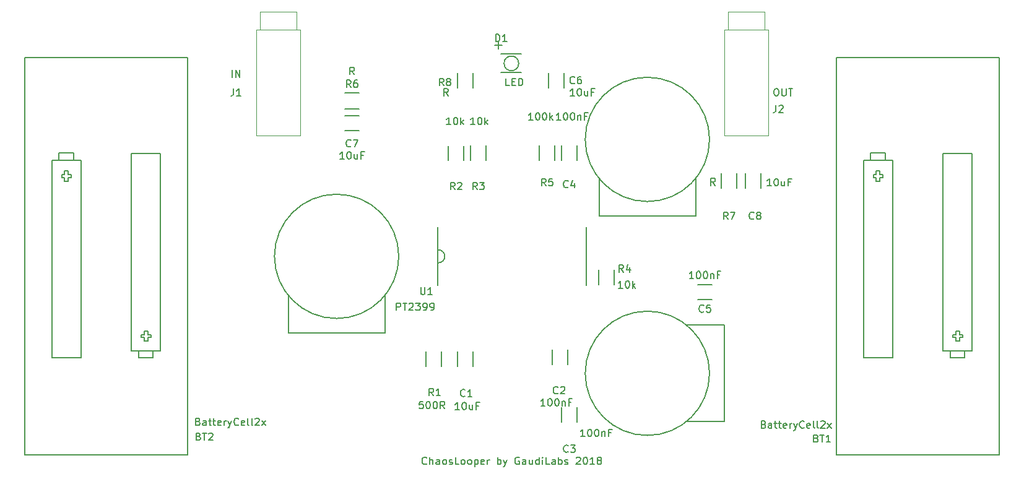
<source format=gbr>
G04 #@! TF.FileFunction,Legend,Top*
%FSLAX46Y46*%
G04 Gerber Fmt 4.6, Leading zero omitted, Abs format (unit mm)*
G04 Created by KiCad (PCBNEW 4.0.7-e2-6376~58~ubuntu16.04.1) date Sun Feb 25 03:24:25 2018*
%MOMM*%
%LPD*%
G01*
G04 APERTURE LIST*
%ADD10C,0.100000*%
%ADD11C,0.200000*%
%ADD12C,0.150000*%
%ADD13C,0.050000*%
%ADD14C,0.152400*%
G04 APERTURE END LIST*
D10*
D11*
X128311142Y-128373143D02*
X128263523Y-128420762D01*
X128120666Y-128468381D01*
X128025428Y-128468381D01*
X127882570Y-128420762D01*
X127787332Y-128325524D01*
X127739713Y-128230286D01*
X127692094Y-128039810D01*
X127692094Y-127896952D01*
X127739713Y-127706476D01*
X127787332Y-127611238D01*
X127882570Y-127516000D01*
X128025428Y-127468381D01*
X128120666Y-127468381D01*
X128263523Y-127516000D01*
X128311142Y-127563619D01*
X128739713Y-128468381D02*
X128739713Y-127468381D01*
X129168285Y-128468381D02*
X129168285Y-127944571D01*
X129120666Y-127849333D01*
X129025428Y-127801714D01*
X128882570Y-127801714D01*
X128787332Y-127849333D01*
X128739713Y-127896952D01*
X130073047Y-128468381D02*
X130073047Y-127944571D01*
X130025428Y-127849333D01*
X129930190Y-127801714D01*
X129739713Y-127801714D01*
X129644475Y-127849333D01*
X130073047Y-128420762D02*
X129977809Y-128468381D01*
X129739713Y-128468381D01*
X129644475Y-128420762D01*
X129596856Y-128325524D01*
X129596856Y-128230286D01*
X129644475Y-128135048D01*
X129739713Y-128087429D01*
X129977809Y-128087429D01*
X130073047Y-128039810D01*
X130692094Y-128468381D02*
X130596856Y-128420762D01*
X130549237Y-128373143D01*
X130501618Y-128277905D01*
X130501618Y-127992190D01*
X130549237Y-127896952D01*
X130596856Y-127849333D01*
X130692094Y-127801714D01*
X130834952Y-127801714D01*
X130930190Y-127849333D01*
X130977809Y-127896952D01*
X131025428Y-127992190D01*
X131025428Y-128277905D01*
X130977809Y-128373143D01*
X130930190Y-128420762D01*
X130834952Y-128468381D01*
X130692094Y-128468381D01*
X131406380Y-128420762D02*
X131501618Y-128468381D01*
X131692094Y-128468381D01*
X131787333Y-128420762D01*
X131834952Y-128325524D01*
X131834952Y-128277905D01*
X131787333Y-128182667D01*
X131692094Y-128135048D01*
X131549237Y-128135048D01*
X131453999Y-128087429D01*
X131406380Y-127992190D01*
X131406380Y-127944571D01*
X131453999Y-127849333D01*
X131549237Y-127801714D01*
X131692094Y-127801714D01*
X131787333Y-127849333D01*
X132739714Y-128468381D02*
X132263523Y-128468381D01*
X132263523Y-127468381D01*
X133215904Y-128468381D02*
X133120666Y-128420762D01*
X133073047Y-128373143D01*
X133025428Y-128277905D01*
X133025428Y-127992190D01*
X133073047Y-127896952D01*
X133120666Y-127849333D01*
X133215904Y-127801714D01*
X133358762Y-127801714D01*
X133454000Y-127849333D01*
X133501619Y-127896952D01*
X133549238Y-127992190D01*
X133549238Y-128277905D01*
X133501619Y-128373143D01*
X133454000Y-128420762D01*
X133358762Y-128468381D01*
X133215904Y-128468381D01*
X134120666Y-128468381D02*
X134025428Y-128420762D01*
X133977809Y-128373143D01*
X133930190Y-128277905D01*
X133930190Y-127992190D01*
X133977809Y-127896952D01*
X134025428Y-127849333D01*
X134120666Y-127801714D01*
X134263524Y-127801714D01*
X134358762Y-127849333D01*
X134406381Y-127896952D01*
X134454000Y-127992190D01*
X134454000Y-128277905D01*
X134406381Y-128373143D01*
X134358762Y-128420762D01*
X134263524Y-128468381D01*
X134120666Y-128468381D01*
X134882571Y-127801714D02*
X134882571Y-128801714D01*
X134882571Y-127849333D02*
X134977809Y-127801714D01*
X135168286Y-127801714D01*
X135263524Y-127849333D01*
X135311143Y-127896952D01*
X135358762Y-127992190D01*
X135358762Y-128277905D01*
X135311143Y-128373143D01*
X135263524Y-128420762D01*
X135168286Y-128468381D01*
X134977809Y-128468381D01*
X134882571Y-128420762D01*
X136168286Y-128420762D02*
X136073048Y-128468381D01*
X135882571Y-128468381D01*
X135787333Y-128420762D01*
X135739714Y-128325524D01*
X135739714Y-127944571D01*
X135787333Y-127849333D01*
X135882571Y-127801714D01*
X136073048Y-127801714D01*
X136168286Y-127849333D01*
X136215905Y-127944571D01*
X136215905Y-128039810D01*
X135739714Y-128135048D01*
X136644476Y-128468381D02*
X136644476Y-127801714D01*
X136644476Y-127992190D02*
X136692095Y-127896952D01*
X136739714Y-127849333D01*
X136834952Y-127801714D01*
X136930191Y-127801714D01*
X138025429Y-128468381D02*
X138025429Y-127468381D01*
X138025429Y-127849333D02*
X138120667Y-127801714D01*
X138311144Y-127801714D01*
X138406382Y-127849333D01*
X138454001Y-127896952D01*
X138501620Y-127992190D01*
X138501620Y-128277905D01*
X138454001Y-128373143D01*
X138406382Y-128420762D01*
X138311144Y-128468381D01*
X138120667Y-128468381D01*
X138025429Y-128420762D01*
X138834953Y-127801714D02*
X139073048Y-128468381D01*
X139311144Y-127801714D02*
X139073048Y-128468381D01*
X138977810Y-128706476D01*
X138930191Y-128754095D01*
X138834953Y-128801714D01*
X140977811Y-127516000D02*
X140882573Y-127468381D01*
X140739716Y-127468381D01*
X140596858Y-127516000D01*
X140501620Y-127611238D01*
X140454001Y-127706476D01*
X140406382Y-127896952D01*
X140406382Y-128039810D01*
X140454001Y-128230286D01*
X140501620Y-128325524D01*
X140596858Y-128420762D01*
X140739716Y-128468381D01*
X140834954Y-128468381D01*
X140977811Y-128420762D01*
X141025430Y-128373143D01*
X141025430Y-128039810D01*
X140834954Y-128039810D01*
X141882573Y-128468381D02*
X141882573Y-127944571D01*
X141834954Y-127849333D01*
X141739716Y-127801714D01*
X141549239Y-127801714D01*
X141454001Y-127849333D01*
X141882573Y-128420762D02*
X141787335Y-128468381D01*
X141549239Y-128468381D01*
X141454001Y-128420762D01*
X141406382Y-128325524D01*
X141406382Y-128230286D01*
X141454001Y-128135048D01*
X141549239Y-128087429D01*
X141787335Y-128087429D01*
X141882573Y-128039810D01*
X142787335Y-127801714D02*
X142787335Y-128468381D01*
X142358763Y-127801714D02*
X142358763Y-128325524D01*
X142406382Y-128420762D01*
X142501620Y-128468381D01*
X142644478Y-128468381D01*
X142739716Y-128420762D01*
X142787335Y-128373143D01*
X143692097Y-128468381D02*
X143692097Y-127468381D01*
X143692097Y-128420762D02*
X143596859Y-128468381D01*
X143406382Y-128468381D01*
X143311144Y-128420762D01*
X143263525Y-128373143D01*
X143215906Y-128277905D01*
X143215906Y-127992190D01*
X143263525Y-127896952D01*
X143311144Y-127849333D01*
X143406382Y-127801714D01*
X143596859Y-127801714D01*
X143692097Y-127849333D01*
X144168287Y-128468381D02*
X144168287Y-127801714D01*
X144168287Y-127468381D02*
X144120668Y-127516000D01*
X144168287Y-127563619D01*
X144215906Y-127516000D01*
X144168287Y-127468381D01*
X144168287Y-127563619D01*
X145120668Y-128468381D02*
X144644477Y-128468381D01*
X144644477Y-127468381D01*
X145882573Y-128468381D02*
X145882573Y-127944571D01*
X145834954Y-127849333D01*
X145739716Y-127801714D01*
X145549239Y-127801714D01*
X145454001Y-127849333D01*
X145882573Y-128420762D02*
X145787335Y-128468381D01*
X145549239Y-128468381D01*
X145454001Y-128420762D01*
X145406382Y-128325524D01*
X145406382Y-128230286D01*
X145454001Y-128135048D01*
X145549239Y-128087429D01*
X145787335Y-128087429D01*
X145882573Y-128039810D01*
X146358763Y-128468381D02*
X146358763Y-127468381D01*
X146358763Y-127849333D02*
X146454001Y-127801714D01*
X146644478Y-127801714D01*
X146739716Y-127849333D01*
X146787335Y-127896952D01*
X146834954Y-127992190D01*
X146834954Y-128277905D01*
X146787335Y-128373143D01*
X146739716Y-128420762D01*
X146644478Y-128468381D01*
X146454001Y-128468381D01*
X146358763Y-128420762D01*
X147215906Y-128420762D02*
X147311144Y-128468381D01*
X147501620Y-128468381D01*
X147596859Y-128420762D01*
X147644478Y-128325524D01*
X147644478Y-128277905D01*
X147596859Y-128182667D01*
X147501620Y-128135048D01*
X147358763Y-128135048D01*
X147263525Y-128087429D01*
X147215906Y-127992190D01*
X147215906Y-127944571D01*
X147263525Y-127849333D01*
X147358763Y-127801714D01*
X147501620Y-127801714D01*
X147596859Y-127849333D01*
X148787335Y-127563619D02*
X148834954Y-127516000D01*
X148930192Y-127468381D01*
X149168288Y-127468381D01*
X149263526Y-127516000D01*
X149311145Y-127563619D01*
X149358764Y-127658857D01*
X149358764Y-127754095D01*
X149311145Y-127896952D01*
X148739716Y-128468381D01*
X149358764Y-128468381D01*
X149977811Y-127468381D02*
X150073050Y-127468381D01*
X150168288Y-127516000D01*
X150215907Y-127563619D01*
X150263526Y-127658857D01*
X150311145Y-127849333D01*
X150311145Y-128087429D01*
X150263526Y-128277905D01*
X150215907Y-128373143D01*
X150168288Y-128420762D01*
X150073050Y-128468381D01*
X149977811Y-128468381D01*
X149882573Y-128420762D01*
X149834954Y-128373143D01*
X149787335Y-128277905D01*
X149739716Y-128087429D01*
X149739716Y-127849333D01*
X149787335Y-127658857D01*
X149834954Y-127563619D01*
X149882573Y-127516000D01*
X149977811Y-127468381D01*
X151263526Y-128468381D02*
X150692097Y-128468381D01*
X150977811Y-128468381D02*
X150977811Y-127468381D01*
X150882573Y-127611238D01*
X150787335Y-127706476D01*
X150692097Y-127754095D01*
X151834954Y-127896952D02*
X151739716Y-127849333D01*
X151692097Y-127801714D01*
X151644478Y-127706476D01*
X151644478Y-127658857D01*
X151692097Y-127563619D01*
X151739716Y-127516000D01*
X151834954Y-127468381D01*
X152025431Y-127468381D01*
X152120669Y-127516000D01*
X152168288Y-127563619D01*
X152215907Y-127658857D01*
X152215907Y-127706476D01*
X152168288Y-127801714D01*
X152120669Y-127849333D01*
X152025431Y-127896952D01*
X151834954Y-127896952D01*
X151739716Y-127944571D01*
X151692097Y-127992190D01*
X151644478Y-128087429D01*
X151644478Y-128277905D01*
X151692097Y-128373143D01*
X151739716Y-128420762D01*
X151834954Y-128468381D01*
X152025431Y-128468381D01*
X152120669Y-128420762D01*
X152168288Y-128373143D01*
X152215907Y-128277905D01*
X152215907Y-128087429D01*
X152168288Y-127992190D01*
X152120669Y-127944571D01*
X152025431Y-127896952D01*
D12*
X132579000Y-113046000D02*
X132579000Y-115046000D01*
X134629000Y-115046000D02*
X134629000Y-113046000D01*
X145533000Y-112792000D02*
X145533000Y-114792000D01*
X147583000Y-114792000D02*
X147583000Y-112792000D01*
X146803000Y-120666000D02*
X146803000Y-122666000D01*
X148853000Y-122666000D02*
X148853000Y-120666000D01*
X148853000Y-86852000D02*
X148853000Y-84852000D01*
X146803000Y-84852000D02*
X146803000Y-86852000D01*
X167370000Y-103877000D02*
X165370000Y-103877000D01*
X165370000Y-105927000D02*
X167370000Y-105927000D01*
X145025000Y-74946000D02*
X145025000Y-76946000D01*
X147075000Y-76946000D02*
X147075000Y-74946000D01*
X117110000Y-82813000D02*
X119110000Y-82813000D01*
X119110000Y-80763000D02*
X117110000Y-80763000D01*
X173999000Y-90662000D02*
X173999000Y-88662000D01*
X171949000Y-88662000D02*
X171949000Y-90662000D01*
X130361000Y-113046000D02*
X130361000Y-115046000D01*
X128211000Y-115046000D02*
X128211000Y-113046000D01*
X133409000Y-84884000D02*
X133409000Y-86884000D01*
X131259000Y-86884000D02*
X131259000Y-84884000D01*
X134307000Y-86820000D02*
X134307000Y-84820000D01*
X136457000Y-84820000D02*
X136457000Y-86820000D01*
X153983000Y-101870000D02*
X153983000Y-103870000D01*
X151833000Y-103870000D02*
X151833000Y-101870000D01*
X143705000Y-86852000D02*
X143705000Y-84852000D01*
X145855000Y-84852000D02*
X145855000Y-86852000D01*
X119110000Y-79815000D02*
X117110000Y-79815000D01*
X117110000Y-77665000D02*
X119110000Y-77665000D01*
X170747000Y-88662000D02*
X170747000Y-90662000D01*
X168597000Y-90662000D02*
X168597000Y-88662000D01*
X132529000Y-76946000D02*
X132529000Y-74946000D01*
X134679000Y-74946000D02*
X134679000Y-76946000D01*
D13*
X105000000Y-83500000D02*
X111000000Y-83500000D01*
X105500000Y-69000000D02*
X105500000Y-66500000D01*
X110500000Y-66500000D02*
X105500000Y-66500000D01*
X110500000Y-66500000D02*
X110500000Y-69000000D01*
X105000000Y-69000000D02*
X111000000Y-69000000D01*
X111000000Y-69000000D02*
X111000000Y-83500000D01*
X105000000Y-83500000D02*
X105000000Y-69000000D01*
X169000000Y-83500000D02*
X175000000Y-83500000D01*
X169500000Y-69000000D02*
X169500000Y-66500000D01*
X174500000Y-66500000D02*
X169500000Y-66500000D01*
X174500000Y-66500000D02*
X174500000Y-69000000D01*
X169000000Y-69000000D02*
X175000000Y-69000000D01*
X175000000Y-69000000D02*
X175000000Y-83500000D01*
X169000000Y-83500000D02*
X169000000Y-69000000D01*
D14*
X79700000Y-89200000D02*
X79300000Y-89200000D01*
X79700000Y-88800000D02*
X79700000Y-89200000D01*
X79300000Y-88800000D02*
X79700000Y-88800000D01*
X78800000Y-88300000D02*
X79300000Y-88300000D01*
X78400000Y-88800000D02*
X78800000Y-88800000D01*
X78400000Y-89200000D02*
X78400000Y-88800000D01*
X78800000Y-89200000D02*
X78400000Y-89200000D01*
X78800000Y-89700000D02*
X78800000Y-89200000D01*
X79300000Y-89700000D02*
X78800000Y-89700000D01*
X79300000Y-89200000D02*
X79300000Y-89700000D01*
X79300000Y-88800000D02*
X79300000Y-88300000D01*
X78800000Y-88300000D02*
X78800000Y-88800000D01*
X89700000Y-110200000D02*
X89700000Y-110700000D01*
X90200000Y-110700000D02*
X90200000Y-110200000D01*
X90200000Y-111100000D02*
X90200000Y-111600000D01*
X90200000Y-111600000D02*
X89700000Y-111600000D01*
X89700000Y-111600000D02*
X89700000Y-111100000D01*
X89700000Y-111100000D02*
X89300000Y-111100000D01*
X89300000Y-111100000D02*
X89300000Y-110700000D01*
X89300000Y-110700000D02*
X89700000Y-110700000D01*
X89700000Y-110200000D02*
X90200000Y-110200000D01*
X90200000Y-110700000D02*
X90600000Y-110700000D01*
X90600000Y-110700000D02*
X90600000Y-111100000D01*
X90600000Y-111100000D02*
X90200000Y-111100000D01*
X87900000Y-112900000D02*
X87900000Y-85900000D01*
X91900000Y-112900000D02*
X87900000Y-112900000D01*
X88900000Y-113900000D02*
X88900000Y-112900000D01*
X88900000Y-113900000D02*
X90900000Y-113900000D01*
X90900000Y-112900000D02*
X90900000Y-113900000D01*
X91900000Y-85900000D02*
X91900000Y-112900000D01*
X91900000Y-85900000D02*
X87900000Y-85900000D01*
X77050000Y-113850000D02*
X81050000Y-113850000D01*
X77050000Y-113850000D02*
X77050000Y-86850000D01*
X78050000Y-86850000D02*
X78050000Y-85850000D01*
X80050000Y-85850000D02*
X78050000Y-85850000D01*
X80050000Y-85850000D02*
X80050000Y-86850000D01*
X77050000Y-86850000D02*
X81050000Y-86850000D01*
X81050000Y-86850000D02*
X81050000Y-113850000D01*
D12*
X95620000Y-72820000D02*
X73380000Y-72820000D01*
X73380000Y-72820000D02*
X73380000Y-127180000D01*
X73380000Y-127180000D02*
X95620000Y-127180000D01*
X95620000Y-72820000D02*
X95620000Y-127180000D01*
D14*
X190700000Y-89200000D02*
X190300000Y-89200000D01*
X190700000Y-88800000D02*
X190700000Y-89200000D01*
X190300000Y-88800000D02*
X190700000Y-88800000D01*
X189800000Y-88300000D02*
X190300000Y-88300000D01*
X189400000Y-88800000D02*
X189800000Y-88800000D01*
X189400000Y-89200000D02*
X189400000Y-88800000D01*
X189800000Y-89200000D02*
X189400000Y-89200000D01*
X189800000Y-89700000D02*
X189800000Y-89200000D01*
X190300000Y-89700000D02*
X189800000Y-89700000D01*
X190300000Y-89200000D02*
X190300000Y-89700000D01*
X190300000Y-88800000D02*
X190300000Y-88300000D01*
X189800000Y-88300000D02*
X189800000Y-88800000D01*
X200700000Y-110200000D02*
X200700000Y-110700000D01*
X201200000Y-110700000D02*
X201200000Y-110200000D01*
X201200000Y-111100000D02*
X201200000Y-111600000D01*
X201200000Y-111600000D02*
X200700000Y-111600000D01*
X200700000Y-111600000D02*
X200700000Y-111100000D01*
X200700000Y-111100000D02*
X200300000Y-111100000D01*
X200300000Y-111100000D02*
X200300000Y-110700000D01*
X200300000Y-110700000D02*
X200700000Y-110700000D01*
X200700000Y-110200000D02*
X201200000Y-110200000D01*
X201200000Y-110700000D02*
X201600000Y-110700000D01*
X201600000Y-110700000D02*
X201600000Y-111100000D01*
X201600000Y-111100000D02*
X201200000Y-111100000D01*
X198900000Y-112900000D02*
X198900000Y-85900000D01*
X202900000Y-112900000D02*
X198900000Y-112900000D01*
X199900000Y-113900000D02*
X199900000Y-112900000D01*
X199900000Y-113900000D02*
X201900000Y-113900000D01*
X201900000Y-112900000D02*
X201900000Y-113900000D01*
X202900000Y-85900000D02*
X202900000Y-112900000D01*
X202900000Y-85900000D02*
X198900000Y-85900000D01*
X188050000Y-113850000D02*
X192050000Y-113850000D01*
X188050000Y-113850000D02*
X188050000Y-86850000D01*
X189050000Y-86850000D02*
X189050000Y-85850000D01*
X191050000Y-85850000D02*
X189050000Y-85850000D01*
X191050000Y-85850000D02*
X191050000Y-86850000D01*
X188050000Y-86850000D02*
X192050000Y-86850000D01*
X192050000Y-86850000D02*
X192050000Y-113850000D01*
D12*
X206620000Y-72820000D02*
X184380000Y-72820000D01*
X184380000Y-72820000D02*
X184380000Y-127180000D01*
X184380000Y-127180000D02*
X206620000Y-127180000D01*
X206620000Y-72820000D02*
X206620000Y-127180000D01*
D14*
X129900000Y-100900000D02*
G75*
G03X130800000Y-100000000I0J900000D01*
G01*
X130800000Y-100000000D02*
G75*
G03X129900000Y-99100000I-900000J0D01*
G01*
D12*
X129840000Y-96000000D02*
X129840000Y-104000000D01*
X150160000Y-96000000D02*
X150160000Y-104000000D01*
X124500000Y-100000000D02*
G75*
G03X124500000Y-100000000I-8500000J0D01*
G01*
X109400000Y-110500000D02*
X109400000Y-105330000D01*
X122600000Y-110500000D02*
X109400000Y-110500000D01*
X122600000Y-105330000D02*
X122600000Y-110500000D01*
X167000000Y-84000000D02*
G75*
G03X167000000Y-84000000I-8500000J0D01*
G01*
X151900000Y-94500000D02*
X151900000Y-89330000D01*
X165100000Y-94500000D02*
X151900000Y-94500000D01*
X165100000Y-89330000D02*
X165100000Y-94500000D01*
X167000000Y-116000000D02*
G75*
G03X167000000Y-116000000I-8500000J0D01*
G01*
X169000000Y-122600000D02*
X163830000Y-122600000D01*
X169000000Y-109400000D02*
X169000000Y-122600000D01*
X163830000Y-109400000D02*
X169000000Y-109400000D01*
X138150000Y-71600000D02*
X138150000Y-70600000D01*
X137650000Y-71100000D02*
X138650000Y-71100000D01*
X140900000Y-73600000D02*
G75*
G03X140900000Y-73600000I-1000000J0D01*
G01*
X138500000Y-74870000D02*
X141300000Y-74870000D01*
X138500000Y-72330000D02*
X141300000Y-72330000D01*
X133564334Y-119102143D02*
X133516715Y-119149762D01*
X133373858Y-119197381D01*
X133278620Y-119197381D01*
X133135762Y-119149762D01*
X133040524Y-119054524D01*
X132992905Y-118959286D01*
X132945286Y-118768810D01*
X132945286Y-118625952D01*
X132992905Y-118435476D01*
X133040524Y-118340238D01*
X133135762Y-118245000D01*
X133278620Y-118197381D01*
X133373858Y-118197381D01*
X133516715Y-118245000D01*
X133564334Y-118292619D01*
X134516715Y-119197381D02*
X133945286Y-119197381D01*
X134231000Y-119197381D02*
X134231000Y-118197381D01*
X134135762Y-118340238D01*
X134040524Y-118435476D01*
X133945286Y-118483095D01*
X132786572Y-120975381D02*
X132215143Y-120975381D01*
X132500857Y-120975381D02*
X132500857Y-119975381D01*
X132405619Y-120118238D01*
X132310381Y-120213476D01*
X132215143Y-120261095D01*
X133405619Y-119975381D02*
X133500858Y-119975381D01*
X133596096Y-120023000D01*
X133643715Y-120070619D01*
X133691334Y-120165857D01*
X133738953Y-120356333D01*
X133738953Y-120594429D01*
X133691334Y-120784905D01*
X133643715Y-120880143D01*
X133596096Y-120927762D01*
X133500858Y-120975381D01*
X133405619Y-120975381D01*
X133310381Y-120927762D01*
X133262762Y-120880143D01*
X133215143Y-120784905D01*
X133167524Y-120594429D01*
X133167524Y-120356333D01*
X133215143Y-120165857D01*
X133262762Y-120070619D01*
X133310381Y-120023000D01*
X133405619Y-119975381D01*
X134596096Y-120308714D02*
X134596096Y-120975381D01*
X134167524Y-120308714D02*
X134167524Y-120832524D01*
X134215143Y-120927762D01*
X134310381Y-120975381D01*
X134453239Y-120975381D01*
X134548477Y-120927762D01*
X134596096Y-120880143D01*
X135405620Y-120451571D02*
X135072286Y-120451571D01*
X135072286Y-120975381D02*
X135072286Y-119975381D01*
X135548477Y-119975381D01*
X146264334Y-118721143D02*
X146216715Y-118768762D01*
X146073858Y-118816381D01*
X145978620Y-118816381D01*
X145835762Y-118768762D01*
X145740524Y-118673524D01*
X145692905Y-118578286D01*
X145645286Y-118387810D01*
X145645286Y-118244952D01*
X145692905Y-118054476D01*
X145740524Y-117959238D01*
X145835762Y-117864000D01*
X145978620Y-117816381D01*
X146073858Y-117816381D01*
X146216715Y-117864000D01*
X146264334Y-117911619D01*
X146645286Y-117911619D02*
X146692905Y-117864000D01*
X146788143Y-117816381D01*
X147026239Y-117816381D01*
X147121477Y-117864000D01*
X147169096Y-117911619D01*
X147216715Y-118006857D01*
X147216715Y-118102095D01*
X147169096Y-118244952D01*
X146597667Y-118816381D01*
X147216715Y-118816381D01*
X144502381Y-120467381D02*
X143930952Y-120467381D01*
X144216666Y-120467381D02*
X144216666Y-119467381D01*
X144121428Y-119610238D01*
X144026190Y-119705476D01*
X143930952Y-119753095D01*
X145121428Y-119467381D02*
X145216667Y-119467381D01*
X145311905Y-119515000D01*
X145359524Y-119562619D01*
X145407143Y-119657857D01*
X145454762Y-119848333D01*
X145454762Y-120086429D01*
X145407143Y-120276905D01*
X145359524Y-120372143D01*
X145311905Y-120419762D01*
X145216667Y-120467381D01*
X145121428Y-120467381D01*
X145026190Y-120419762D01*
X144978571Y-120372143D01*
X144930952Y-120276905D01*
X144883333Y-120086429D01*
X144883333Y-119848333D01*
X144930952Y-119657857D01*
X144978571Y-119562619D01*
X145026190Y-119515000D01*
X145121428Y-119467381D01*
X146073809Y-119467381D02*
X146169048Y-119467381D01*
X146264286Y-119515000D01*
X146311905Y-119562619D01*
X146359524Y-119657857D01*
X146407143Y-119848333D01*
X146407143Y-120086429D01*
X146359524Y-120276905D01*
X146311905Y-120372143D01*
X146264286Y-120419762D01*
X146169048Y-120467381D01*
X146073809Y-120467381D01*
X145978571Y-120419762D01*
X145930952Y-120372143D01*
X145883333Y-120276905D01*
X145835714Y-120086429D01*
X145835714Y-119848333D01*
X145883333Y-119657857D01*
X145930952Y-119562619D01*
X145978571Y-119515000D01*
X146073809Y-119467381D01*
X146835714Y-119800714D02*
X146835714Y-120467381D01*
X146835714Y-119895952D02*
X146883333Y-119848333D01*
X146978571Y-119800714D01*
X147121429Y-119800714D01*
X147216667Y-119848333D01*
X147264286Y-119943571D01*
X147264286Y-120467381D01*
X148073810Y-119943571D02*
X147740476Y-119943571D01*
X147740476Y-120467381D02*
X147740476Y-119467381D01*
X148216667Y-119467381D01*
X147661334Y-126722143D02*
X147613715Y-126769762D01*
X147470858Y-126817381D01*
X147375620Y-126817381D01*
X147232762Y-126769762D01*
X147137524Y-126674524D01*
X147089905Y-126579286D01*
X147042286Y-126388810D01*
X147042286Y-126245952D01*
X147089905Y-126055476D01*
X147137524Y-125960238D01*
X147232762Y-125865000D01*
X147375620Y-125817381D01*
X147470858Y-125817381D01*
X147613715Y-125865000D01*
X147661334Y-125912619D01*
X147994667Y-125817381D02*
X148613715Y-125817381D01*
X148280381Y-126198333D01*
X148423239Y-126198333D01*
X148518477Y-126245952D01*
X148566096Y-126293571D01*
X148613715Y-126388810D01*
X148613715Y-126626905D01*
X148566096Y-126722143D01*
X148518477Y-126769762D01*
X148423239Y-126817381D01*
X148137524Y-126817381D01*
X148042286Y-126769762D01*
X147994667Y-126722143D01*
X149952381Y-124652381D02*
X149380952Y-124652381D01*
X149666666Y-124652381D02*
X149666666Y-123652381D01*
X149571428Y-123795238D01*
X149476190Y-123890476D01*
X149380952Y-123938095D01*
X150571428Y-123652381D02*
X150666667Y-123652381D01*
X150761905Y-123700000D01*
X150809524Y-123747619D01*
X150857143Y-123842857D01*
X150904762Y-124033333D01*
X150904762Y-124271429D01*
X150857143Y-124461905D01*
X150809524Y-124557143D01*
X150761905Y-124604762D01*
X150666667Y-124652381D01*
X150571428Y-124652381D01*
X150476190Y-124604762D01*
X150428571Y-124557143D01*
X150380952Y-124461905D01*
X150333333Y-124271429D01*
X150333333Y-124033333D01*
X150380952Y-123842857D01*
X150428571Y-123747619D01*
X150476190Y-123700000D01*
X150571428Y-123652381D01*
X151523809Y-123652381D02*
X151619048Y-123652381D01*
X151714286Y-123700000D01*
X151761905Y-123747619D01*
X151809524Y-123842857D01*
X151857143Y-124033333D01*
X151857143Y-124271429D01*
X151809524Y-124461905D01*
X151761905Y-124557143D01*
X151714286Y-124604762D01*
X151619048Y-124652381D01*
X151523809Y-124652381D01*
X151428571Y-124604762D01*
X151380952Y-124557143D01*
X151333333Y-124461905D01*
X151285714Y-124271429D01*
X151285714Y-124033333D01*
X151333333Y-123842857D01*
X151380952Y-123747619D01*
X151428571Y-123700000D01*
X151523809Y-123652381D01*
X152285714Y-123985714D02*
X152285714Y-124652381D01*
X152285714Y-124080952D02*
X152333333Y-124033333D01*
X152428571Y-123985714D01*
X152571429Y-123985714D01*
X152666667Y-124033333D01*
X152714286Y-124128571D01*
X152714286Y-124652381D01*
X153523810Y-124128571D02*
X153190476Y-124128571D01*
X153190476Y-124652381D02*
X153190476Y-123652381D01*
X153666667Y-123652381D01*
X147661334Y-90527143D02*
X147613715Y-90574762D01*
X147470858Y-90622381D01*
X147375620Y-90622381D01*
X147232762Y-90574762D01*
X147137524Y-90479524D01*
X147089905Y-90384286D01*
X147042286Y-90193810D01*
X147042286Y-90050952D01*
X147089905Y-89860476D01*
X147137524Y-89765238D01*
X147232762Y-89670000D01*
X147375620Y-89622381D01*
X147470858Y-89622381D01*
X147613715Y-89670000D01*
X147661334Y-89717619D01*
X148518477Y-89955714D02*
X148518477Y-90622381D01*
X148280381Y-89574762D02*
X148042286Y-90289048D01*
X148661334Y-90289048D01*
X146652381Y-81352381D02*
X146080952Y-81352381D01*
X146366666Y-81352381D02*
X146366666Y-80352381D01*
X146271428Y-80495238D01*
X146176190Y-80590476D01*
X146080952Y-80638095D01*
X147271428Y-80352381D02*
X147366667Y-80352381D01*
X147461905Y-80400000D01*
X147509524Y-80447619D01*
X147557143Y-80542857D01*
X147604762Y-80733333D01*
X147604762Y-80971429D01*
X147557143Y-81161905D01*
X147509524Y-81257143D01*
X147461905Y-81304762D01*
X147366667Y-81352381D01*
X147271428Y-81352381D01*
X147176190Y-81304762D01*
X147128571Y-81257143D01*
X147080952Y-81161905D01*
X147033333Y-80971429D01*
X147033333Y-80733333D01*
X147080952Y-80542857D01*
X147128571Y-80447619D01*
X147176190Y-80400000D01*
X147271428Y-80352381D01*
X148223809Y-80352381D02*
X148319048Y-80352381D01*
X148414286Y-80400000D01*
X148461905Y-80447619D01*
X148509524Y-80542857D01*
X148557143Y-80733333D01*
X148557143Y-80971429D01*
X148509524Y-81161905D01*
X148461905Y-81257143D01*
X148414286Y-81304762D01*
X148319048Y-81352381D01*
X148223809Y-81352381D01*
X148128571Y-81304762D01*
X148080952Y-81257143D01*
X148033333Y-81161905D01*
X147985714Y-80971429D01*
X147985714Y-80733333D01*
X148033333Y-80542857D01*
X148080952Y-80447619D01*
X148128571Y-80400000D01*
X148223809Y-80352381D01*
X148985714Y-80685714D02*
X148985714Y-81352381D01*
X148985714Y-80780952D02*
X149033333Y-80733333D01*
X149128571Y-80685714D01*
X149271429Y-80685714D01*
X149366667Y-80733333D01*
X149414286Y-80828571D01*
X149414286Y-81352381D01*
X150223810Y-80828571D02*
X149890476Y-80828571D01*
X149890476Y-81352381D02*
X149890476Y-80352381D01*
X150366667Y-80352381D01*
X166203334Y-107559143D02*
X166155715Y-107606762D01*
X166012858Y-107654381D01*
X165917620Y-107654381D01*
X165774762Y-107606762D01*
X165679524Y-107511524D01*
X165631905Y-107416286D01*
X165584286Y-107225810D01*
X165584286Y-107082952D01*
X165631905Y-106892476D01*
X165679524Y-106797238D01*
X165774762Y-106702000D01*
X165917620Y-106654381D01*
X166012858Y-106654381D01*
X166155715Y-106702000D01*
X166203334Y-106749619D01*
X167108096Y-106654381D02*
X166631905Y-106654381D01*
X166584286Y-107130571D01*
X166631905Y-107082952D01*
X166727143Y-107035333D01*
X166965239Y-107035333D01*
X167060477Y-107082952D01*
X167108096Y-107130571D01*
X167155715Y-107225810D01*
X167155715Y-107463905D01*
X167108096Y-107559143D01*
X167060477Y-107606762D01*
X166965239Y-107654381D01*
X166727143Y-107654381D01*
X166631905Y-107606762D01*
X166584286Y-107559143D01*
X164822381Y-103054381D02*
X164250952Y-103054381D01*
X164536666Y-103054381D02*
X164536666Y-102054381D01*
X164441428Y-102197238D01*
X164346190Y-102292476D01*
X164250952Y-102340095D01*
X165441428Y-102054381D02*
X165536667Y-102054381D01*
X165631905Y-102102000D01*
X165679524Y-102149619D01*
X165727143Y-102244857D01*
X165774762Y-102435333D01*
X165774762Y-102673429D01*
X165727143Y-102863905D01*
X165679524Y-102959143D01*
X165631905Y-103006762D01*
X165536667Y-103054381D01*
X165441428Y-103054381D01*
X165346190Y-103006762D01*
X165298571Y-102959143D01*
X165250952Y-102863905D01*
X165203333Y-102673429D01*
X165203333Y-102435333D01*
X165250952Y-102244857D01*
X165298571Y-102149619D01*
X165346190Y-102102000D01*
X165441428Y-102054381D01*
X166393809Y-102054381D02*
X166489048Y-102054381D01*
X166584286Y-102102000D01*
X166631905Y-102149619D01*
X166679524Y-102244857D01*
X166727143Y-102435333D01*
X166727143Y-102673429D01*
X166679524Y-102863905D01*
X166631905Y-102959143D01*
X166584286Y-103006762D01*
X166489048Y-103054381D01*
X166393809Y-103054381D01*
X166298571Y-103006762D01*
X166250952Y-102959143D01*
X166203333Y-102863905D01*
X166155714Y-102673429D01*
X166155714Y-102435333D01*
X166203333Y-102244857D01*
X166250952Y-102149619D01*
X166298571Y-102102000D01*
X166393809Y-102054381D01*
X167155714Y-102387714D02*
X167155714Y-103054381D01*
X167155714Y-102482952D02*
X167203333Y-102435333D01*
X167298571Y-102387714D01*
X167441429Y-102387714D01*
X167536667Y-102435333D01*
X167584286Y-102530571D01*
X167584286Y-103054381D01*
X168393810Y-102530571D02*
X168060476Y-102530571D01*
X168060476Y-103054381D02*
X168060476Y-102054381D01*
X168536667Y-102054381D01*
X148550334Y-76303143D02*
X148502715Y-76350762D01*
X148359858Y-76398381D01*
X148264620Y-76398381D01*
X148121762Y-76350762D01*
X148026524Y-76255524D01*
X147978905Y-76160286D01*
X147931286Y-75969810D01*
X147931286Y-75826952D01*
X147978905Y-75636476D01*
X148026524Y-75541238D01*
X148121762Y-75446000D01*
X148264620Y-75398381D01*
X148359858Y-75398381D01*
X148502715Y-75446000D01*
X148550334Y-75493619D01*
X149407477Y-75398381D02*
X149217000Y-75398381D01*
X149121762Y-75446000D01*
X149074143Y-75493619D01*
X148978905Y-75636476D01*
X148931286Y-75826952D01*
X148931286Y-76207905D01*
X148978905Y-76303143D01*
X149026524Y-76350762D01*
X149121762Y-76398381D01*
X149312239Y-76398381D01*
X149407477Y-76350762D01*
X149455096Y-76303143D01*
X149502715Y-76207905D01*
X149502715Y-75969810D01*
X149455096Y-75874571D01*
X149407477Y-75826952D01*
X149312239Y-75779333D01*
X149121762Y-75779333D01*
X149026524Y-75826952D01*
X148978905Y-75874571D01*
X148931286Y-75969810D01*
X148534572Y-78049381D02*
X147963143Y-78049381D01*
X148248857Y-78049381D02*
X148248857Y-77049381D01*
X148153619Y-77192238D01*
X148058381Y-77287476D01*
X147963143Y-77335095D01*
X149153619Y-77049381D02*
X149248858Y-77049381D01*
X149344096Y-77097000D01*
X149391715Y-77144619D01*
X149439334Y-77239857D01*
X149486953Y-77430333D01*
X149486953Y-77668429D01*
X149439334Y-77858905D01*
X149391715Y-77954143D01*
X149344096Y-78001762D01*
X149248858Y-78049381D01*
X149153619Y-78049381D01*
X149058381Y-78001762D01*
X149010762Y-77954143D01*
X148963143Y-77858905D01*
X148915524Y-77668429D01*
X148915524Y-77430333D01*
X148963143Y-77239857D01*
X149010762Y-77144619D01*
X149058381Y-77097000D01*
X149153619Y-77049381D01*
X150344096Y-77382714D02*
X150344096Y-78049381D01*
X149915524Y-77382714D02*
X149915524Y-77906524D01*
X149963143Y-78001762D01*
X150058381Y-78049381D01*
X150201239Y-78049381D01*
X150296477Y-78001762D01*
X150344096Y-77954143D01*
X151153620Y-77525571D02*
X150820286Y-77525571D01*
X150820286Y-78049381D02*
X150820286Y-77049381D01*
X151296477Y-77049381D01*
X117943334Y-84939143D02*
X117895715Y-84986762D01*
X117752858Y-85034381D01*
X117657620Y-85034381D01*
X117514762Y-84986762D01*
X117419524Y-84891524D01*
X117371905Y-84796286D01*
X117324286Y-84605810D01*
X117324286Y-84462952D01*
X117371905Y-84272476D01*
X117419524Y-84177238D01*
X117514762Y-84082000D01*
X117657620Y-84034381D01*
X117752858Y-84034381D01*
X117895715Y-84082000D01*
X117943334Y-84129619D01*
X118276667Y-84034381D02*
X118943334Y-84034381D01*
X118514762Y-85034381D01*
X117038572Y-86685381D02*
X116467143Y-86685381D01*
X116752857Y-86685381D02*
X116752857Y-85685381D01*
X116657619Y-85828238D01*
X116562381Y-85923476D01*
X116467143Y-85971095D01*
X117657619Y-85685381D02*
X117752858Y-85685381D01*
X117848096Y-85733000D01*
X117895715Y-85780619D01*
X117943334Y-85875857D01*
X117990953Y-86066333D01*
X117990953Y-86304429D01*
X117943334Y-86494905D01*
X117895715Y-86590143D01*
X117848096Y-86637762D01*
X117752858Y-86685381D01*
X117657619Y-86685381D01*
X117562381Y-86637762D01*
X117514762Y-86590143D01*
X117467143Y-86494905D01*
X117419524Y-86304429D01*
X117419524Y-86066333D01*
X117467143Y-85875857D01*
X117514762Y-85780619D01*
X117562381Y-85733000D01*
X117657619Y-85685381D01*
X118848096Y-86018714D02*
X118848096Y-86685381D01*
X118419524Y-86018714D02*
X118419524Y-86542524D01*
X118467143Y-86637762D01*
X118562381Y-86685381D01*
X118705239Y-86685381D01*
X118800477Y-86637762D01*
X118848096Y-86590143D01*
X119657620Y-86161571D02*
X119324286Y-86161571D01*
X119324286Y-86685381D02*
X119324286Y-85685381D01*
X119800477Y-85685381D01*
X173061334Y-94845143D02*
X173013715Y-94892762D01*
X172870858Y-94940381D01*
X172775620Y-94940381D01*
X172632762Y-94892762D01*
X172537524Y-94797524D01*
X172489905Y-94702286D01*
X172442286Y-94511810D01*
X172442286Y-94368952D01*
X172489905Y-94178476D01*
X172537524Y-94083238D01*
X172632762Y-93988000D01*
X172775620Y-93940381D01*
X172870858Y-93940381D01*
X173013715Y-93988000D01*
X173061334Y-94035619D01*
X173632762Y-94368952D02*
X173537524Y-94321333D01*
X173489905Y-94273714D01*
X173442286Y-94178476D01*
X173442286Y-94130857D01*
X173489905Y-94035619D01*
X173537524Y-93988000D01*
X173632762Y-93940381D01*
X173823239Y-93940381D01*
X173918477Y-93988000D01*
X173966096Y-94035619D01*
X174013715Y-94130857D01*
X174013715Y-94178476D01*
X173966096Y-94273714D01*
X173918477Y-94321333D01*
X173823239Y-94368952D01*
X173632762Y-94368952D01*
X173537524Y-94416571D01*
X173489905Y-94464190D01*
X173442286Y-94559429D01*
X173442286Y-94749905D01*
X173489905Y-94845143D01*
X173537524Y-94892762D01*
X173632762Y-94940381D01*
X173823239Y-94940381D01*
X173918477Y-94892762D01*
X173966096Y-94845143D01*
X174013715Y-94749905D01*
X174013715Y-94559429D01*
X173966096Y-94464190D01*
X173918477Y-94416571D01*
X173823239Y-94368952D01*
X175458572Y-90368381D02*
X174887143Y-90368381D01*
X175172857Y-90368381D02*
X175172857Y-89368381D01*
X175077619Y-89511238D01*
X174982381Y-89606476D01*
X174887143Y-89654095D01*
X176077619Y-89368381D02*
X176172858Y-89368381D01*
X176268096Y-89416000D01*
X176315715Y-89463619D01*
X176363334Y-89558857D01*
X176410953Y-89749333D01*
X176410953Y-89987429D01*
X176363334Y-90177905D01*
X176315715Y-90273143D01*
X176268096Y-90320762D01*
X176172858Y-90368381D01*
X176077619Y-90368381D01*
X175982381Y-90320762D01*
X175934762Y-90273143D01*
X175887143Y-90177905D01*
X175839524Y-89987429D01*
X175839524Y-89749333D01*
X175887143Y-89558857D01*
X175934762Y-89463619D01*
X175982381Y-89416000D01*
X176077619Y-89368381D01*
X177268096Y-89701714D02*
X177268096Y-90368381D01*
X176839524Y-89701714D02*
X176839524Y-90225524D01*
X176887143Y-90320762D01*
X176982381Y-90368381D01*
X177125239Y-90368381D01*
X177220477Y-90320762D01*
X177268096Y-90273143D01*
X178077620Y-89844571D02*
X177744286Y-89844571D01*
X177744286Y-90368381D02*
X177744286Y-89368381D01*
X178220477Y-89368381D01*
X129246334Y-119070381D02*
X128913000Y-118594190D01*
X128674905Y-119070381D02*
X128674905Y-118070381D01*
X129055858Y-118070381D01*
X129151096Y-118118000D01*
X129198715Y-118165619D01*
X129246334Y-118260857D01*
X129246334Y-118403714D01*
X129198715Y-118498952D01*
X129151096Y-118546571D01*
X129055858Y-118594190D01*
X128674905Y-118594190D01*
X130198715Y-119070381D02*
X129627286Y-119070381D01*
X129913000Y-119070381D02*
X129913000Y-118070381D01*
X129817762Y-118213238D01*
X129722524Y-118308476D01*
X129627286Y-118356095D01*
X127817715Y-119848381D02*
X127341524Y-119848381D01*
X127293905Y-120324571D01*
X127341524Y-120276952D01*
X127436762Y-120229333D01*
X127674858Y-120229333D01*
X127770096Y-120276952D01*
X127817715Y-120324571D01*
X127865334Y-120419810D01*
X127865334Y-120657905D01*
X127817715Y-120753143D01*
X127770096Y-120800762D01*
X127674858Y-120848381D01*
X127436762Y-120848381D01*
X127341524Y-120800762D01*
X127293905Y-120753143D01*
X128484381Y-119848381D02*
X128579620Y-119848381D01*
X128674858Y-119896000D01*
X128722477Y-119943619D01*
X128770096Y-120038857D01*
X128817715Y-120229333D01*
X128817715Y-120467429D01*
X128770096Y-120657905D01*
X128722477Y-120753143D01*
X128674858Y-120800762D01*
X128579620Y-120848381D01*
X128484381Y-120848381D01*
X128389143Y-120800762D01*
X128341524Y-120753143D01*
X128293905Y-120657905D01*
X128246286Y-120467429D01*
X128246286Y-120229333D01*
X128293905Y-120038857D01*
X128341524Y-119943619D01*
X128389143Y-119896000D01*
X128484381Y-119848381D01*
X129436762Y-119848381D02*
X129532001Y-119848381D01*
X129627239Y-119896000D01*
X129674858Y-119943619D01*
X129722477Y-120038857D01*
X129770096Y-120229333D01*
X129770096Y-120467429D01*
X129722477Y-120657905D01*
X129674858Y-120753143D01*
X129627239Y-120800762D01*
X129532001Y-120848381D01*
X129436762Y-120848381D01*
X129341524Y-120800762D01*
X129293905Y-120753143D01*
X129246286Y-120657905D01*
X129198667Y-120467429D01*
X129198667Y-120229333D01*
X129246286Y-120038857D01*
X129293905Y-119943619D01*
X129341524Y-119896000D01*
X129436762Y-119848381D01*
X130770096Y-120848381D02*
X130436762Y-120372190D01*
X130198667Y-120848381D02*
X130198667Y-119848381D01*
X130579620Y-119848381D01*
X130674858Y-119896000D01*
X130722477Y-119943619D01*
X130770096Y-120038857D01*
X130770096Y-120181714D01*
X130722477Y-120276952D01*
X130674858Y-120324571D01*
X130579620Y-120372190D01*
X130198667Y-120372190D01*
X132167334Y-90876381D02*
X131834000Y-90400190D01*
X131595905Y-90876381D02*
X131595905Y-89876381D01*
X131976858Y-89876381D01*
X132072096Y-89924000D01*
X132119715Y-89971619D01*
X132167334Y-90066857D01*
X132167334Y-90209714D01*
X132119715Y-90304952D01*
X132072096Y-90352571D01*
X131976858Y-90400190D01*
X131595905Y-90400190D01*
X132548286Y-89971619D02*
X132595905Y-89924000D01*
X132691143Y-89876381D01*
X132929239Y-89876381D01*
X133024477Y-89924000D01*
X133072096Y-89971619D01*
X133119715Y-90066857D01*
X133119715Y-90162095D01*
X133072096Y-90304952D01*
X132500667Y-90876381D01*
X133119715Y-90876381D01*
X131611762Y-81986381D02*
X131040333Y-81986381D01*
X131326047Y-81986381D02*
X131326047Y-80986381D01*
X131230809Y-81129238D01*
X131135571Y-81224476D01*
X131040333Y-81272095D01*
X132230809Y-80986381D02*
X132326048Y-80986381D01*
X132421286Y-81034000D01*
X132468905Y-81081619D01*
X132516524Y-81176857D01*
X132564143Y-81367333D01*
X132564143Y-81605429D01*
X132516524Y-81795905D01*
X132468905Y-81891143D01*
X132421286Y-81938762D01*
X132326048Y-81986381D01*
X132230809Y-81986381D01*
X132135571Y-81938762D01*
X132087952Y-81891143D01*
X132040333Y-81795905D01*
X131992714Y-81605429D01*
X131992714Y-81367333D01*
X132040333Y-81176857D01*
X132087952Y-81081619D01*
X132135571Y-81034000D01*
X132230809Y-80986381D01*
X132992714Y-81986381D02*
X132992714Y-80986381D01*
X133087952Y-81605429D02*
X133373667Y-81986381D01*
X133373667Y-81319714D02*
X132992714Y-81700667D01*
X135215334Y-90876381D02*
X134882000Y-90400190D01*
X134643905Y-90876381D02*
X134643905Y-89876381D01*
X135024858Y-89876381D01*
X135120096Y-89924000D01*
X135167715Y-89971619D01*
X135215334Y-90066857D01*
X135215334Y-90209714D01*
X135167715Y-90304952D01*
X135120096Y-90352571D01*
X135024858Y-90400190D01*
X134643905Y-90400190D01*
X135548667Y-89876381D02*
X136167715Y-89876381D01*
X135834381Y-90257333D01*
X135977239Y-90257333D01*
X136072477Y-90304952D01*
X136120096Y-90352571D01*
X136167715Y-90447810D01*
X136167715Y-90685905D01*
X136120096Y-90781143D01*
X136072477Y-90828762D01*
X135977239Y-90876381D01*
X135691524Y-90876381D01*
X135596286Y-90828762D01*
X135548667Y-90781143D01*
X134913762Y-81986381D02*
X134342333Y-81986381D01*
X134628047Y-81986381D02*
X134628047Y-80986381D01*
X134532809Y-81129238D01*
X134437571Y-81224476D01*
X134342333Y-81272095D01*
X135532809Y-80986381D02*
X135628048Y-80986381D01*
X135723286Y-81034000D01*
X135770905Y-81081619D01*
X135818524Y-81176857D01*
X135866143Y-81367333D01*
X135866143Y-81605429D01*
X135818524Y-81795905D01*
X135770905Y-81891143D01*
X135723286Y-81938762D01*
X135628048Y-81986381D01*
X135532809Y-81986381D01*
X135437571Y-81938762D01*
X135389952Y-81891143D01*
X135342333Y-81795905D01*
X135294714Y-81605429D01*
X135294714Y-81367333D01*
X135342333Y-81176857D01*
X135389952Y-81081619D01*
X135437571Y-81034000D01*
X135532809Y-80986381D01*
X136294714Y-81986381D02*
X136294714Y-80986381D01*
X136389952Y-81605429D02*
X136675667Y-81986381D01*
X136675667Y-81319714D02*
X136294714Y-81700667D01*
X155233334Y-102152381D02*
X154900000Y-101676190D01*
X154661905Y-102152381D02*
X154661905Y-101152381D01*
X155042858Y-101152381D01*
X155138096Y-101200000D01*
X155185715Y-101247619D01*
X155233334Y-101342857D01*
X155233334Y-101485714D01*
X155185715Y-101580952D01*
X155138096Y-101628571D01*
X155042858Y-101676190D01*
X154661905Y-101676190D01*
X156090477Y-101485714D02*
X156090477Y-102152381D01*
X155852381Y-101104762D02*
X155614286Y-101819048D01*
X156233334Y-101819048D01*
X155104762Y-104352381D02*
X154533333Y-104352381D01*
X154819047Y-104352381D02*
X154819047Y-103352381D01*
X154723809Y-103495238D01*
X154628571Y-103590476D01*
X154533333Y-103638095D01*
X155723809Y-103352381D02*
X155819048Y-103352381D01*
X155914286Y-103400000D01*
X155961905Y-103447619D01*
X156009524Y-103542857D01*
X156057143Y-103733333D01*
X156057143Y-103971429D01*
X156009524Y-104161905D01*
X155961905Y-104257143D01*
X155914286Y-104304762D01*
X155819048Y-104352381D01*
X155723809Y-104352381D01*
X155628571Y-104304762D01*
X155580952Y-104257143D01*
X155533333Y-104161905D01*
X155485714Y-103971429D01*
X155485714Y-103733333D01*
X155533333Y-103542857D01*
X155580952Y-103447619D01*
X155628571Y-103400000D01*
X155723809Y-103352381D01*
X156485714Y-104352381D02*
X156485714Y-103352381D01*
X156580952Y-103971429D02*
X156866667Y-104352381D01*
X156866667Y-103685714D02*
X156485714Y-104066667D01*
X144613334Y-90368381D02*
X144280000Y-89892190D01*
X144041905Y-90368381D02*
X144041905Y-89368381D01*
X144422858Y-89368381D01*
X144518096Y-89416000D01*
X144565715Y-89463619D01*
X144613334Y-89558857D01*
X144613334Y-89701714D01*
X144565715Y-89796952D01*
X144518096Y-89844571D01*
X144422858Y-89892190D01*
X144041905Y-89892190D01*
X145518096Y-89368381D02*
X145041905Y-89368381D01*
X144994286Y-89844571D01*
X145041905Y-89796952D01*
X145137143Y-89749333D01*
X145375239Y-89749333D01*
X145470477Y-89796952D01*
X145518096Y-89844571D01*
X145565715Y-89939810D01*
X145565715Y-90177905D01*
X145518096Y-90273143D01*
X145470477Y-90320762D01*
X145375239Y-90368381D01*
X145137143Y-90368381D01*
X145041905Y-90320762D01*
X144994286Y-90273143D01*
X142828572Y-81352381D02*
X142257143Y-81352381D01*
X142542857Y-81352381D02*
X142542857Y-80352381D01*
X142447619Y-80495238D01*
X142352381Y-80590476D01*
X142257143Y-80638095D01*
X143447619Y-80352381D02*
X143542858Y-80352381D01*
X143638096Y-80400000D01*
X143685715Y-80447619D01*
X143733334Y-80542857D01*
X143780953Y-80733333D01*
X143780953Y-80971429D01*
X143733334Y-81161905D01*
X143685715Y-81257143D01*
X143638096Y-81304762D01*
X143542858Y-81352381D01*
X143447619Y-81352381D01*
X143352381Y-81304762D01*
X143304762Y-81257143D01*
X143257143Y-81161905D01*
X143209524Y-80971429D01*
X143209524Y-80733333D01*
X143257143Y-80542857D01*
X143304762Y-80447619D01*
X143352381Y-80400000D01*
X143447619Y-80352381D01*
X144400000Y-80352381D02*
X144495239Y-80352381D01*
X144590477Y-80400000D01*
X144638096Y-80447619D01*
X144685715Y-80542857D01*
X144733334Y-80733333D01*
X144733334Y-80971429D01*
X144685715Y-81161905D01*
X144638096Y-81257143D01*
X144590477Y-81304762D01*
X144495239Y-81352381D01*
X144400000Y-81352381D01*
X144304762Y-81304762D01*
X144257143Y-81257143D01*
X144209524Y-81161905D01*
X144161905Y-80971429D01*
X144161905Y-80733333D01*
X144209524Y-80542857D01*
X144257143Y-80447619D01*
X144304762Y-80400000D01*
X144400000Y-80352381D01*
X145161905Y-81352381D02*
X145161905Y-80352381D01*
X145257143Y-80971429D02*
X145542858Y-81352381D01*
X145542858Y-80685714D02*
X145161905Y-81066667D01*
X117943334Y-76892381D02*
X117610000Y-76416190D01*
X117371905Y-76892381D02*
X117371905Y-75892381D01*
X117752858Y-75892381D01*
X117848096Y-75940000D01*
X117895715Y-75987619D01*
X117943334Y-76082857D01*
X117943334Y-76225714D01*
X117895715Y-76320952D01*
X117848096Y-76368571D01*
X117752858Y-76416190D01*
X117371905Y-76416190D01*
X118800477Y-75892381D02*
X118610000Y-75892381D01*
X118514762Y-75940000D01*
X118467143Y-75987619D01*
X118371905Y-76130476D01*
X118324286Y-76320952D01*
X118324286Y-76701905D01*
X118371905Y-76797143D01*
X118419524Y-76844762D01*
X118514762Y-76892381D01*
X118705239Y-76892381D01*
X118800477Y-76844762D01*
X118848096Y-76797143D01*
X118895715Y-76701905D01*
X118895715Y-76463810D01*
X118848096Y-76368571D01*
X118800477Y-76320952D01*
X118705239Y-76273333D01*
X118514762Y-76273333D01*
X118419524Y-76320952D01*
X118371905Y-76368571D01*
X118324286Y-76463810D01*
X118419524Y-75128381D02*
X118086190Y-74652190D01*
X117848095Y-75128381D02*
X117848095Y-74128381D01*
X118229048Y-74128381D01*
X118324286Y-74176000D01*
X118371905Y-74223619D01*
X118419524Y-74318857D01*
X118419524Y-74461714D01*
X118371905Y-74556952D01*
X118324286Y-74604571D01*
X118229048Y-74652190D01*
X117848095Y-74652190D01*
X169505334Y-94940381D02*
X169172000Y-94464190D01*
X168933905Y-94940381D02*
X168933905Y-93940381D01*
X169314858Y-93940381D01*
X169410096Y-93988000D01*
X169457715Y-94035619D01*
X169505334Y-94130857D01*
X169505334Y-94273714D01*
X169457715Y-94368952D01*
X169410096Y-94416571D01*
X169314858Y-94464190D01*
X168933905Y-94464190D01*
X169838667Y-93940381D02*
X170505334Y-93940381D01*
X170076762Y-94940381D01*
X167776804Y-90297261D02*
X167443470Y-89821070D01*
X167205375Y-90297261D02*
X167205375Y-89297261D01*
X167586328Y-89297261D01*
X167681566Y-89344880D01*
X167729185Y-89392499D01*
X167776804Y-89487737D01*
X167776804Y-89630594D01*
X167729185Y-89725832D01*
X167681566Y-89773451D01*
X167586328Y-89821070D01*
X167205375Y-89821070D01*
X130643334Y-76652381D02*
X130310000Y-76176190D01*
X130071905Y-76652381D02*
X130071905Y-75652381D01*
X130452858Y-75652381D01*
X130548096Y-75700000D01*
X130595715Y-75747619D01*
X130643334Y-75842857D01*
X130643334Y-75985714D01*
X130595715Y-76080952D01*
X130548096Y-76128571D01*
X130452858Y-76176190D01*
X130071905Y-76176190D01*
X131214762Y-76080952D02*
X131119524Y-76033333D01*
X131071905Y-75985714D01*
X131024286Y-75890476D01*
X131024286Y-75842857D01*
X131071905Y-75747619D01*
X131119524Y-75700000D01*
X131214762Y-75652381D01*
X131405239Y-75652381D01*
X131500477Y-75700000D01*
X131548096Y-75747619D01*
X131595715Y-75842857D01*
X131595715Y-75890476D01*
X131548096Y-75985714D01*
X131500477Y-76033333D01*
X131405239Y-76080952D01*
X131214762Y-76080952D01*
X131119524Y-76128571D01*
X131071905Y-76176190D01*
X131024286Y-76271429D01*
X131024286Y-76461905D01*
X131071905Y-76557143D01*
X131119524Y-76604762D01*
X131214762Y-76652381D01*
X131405239Y-76652381D01*
X131500477Y-76604762D01*
X131548096Y-76557143D01*
X131595715Y-76461905D01*
X131595715Y-76271429D01*
X131548096Y-76176190D01*
X131500477Y-76128571D01*
X131405239Y-76080952D01*
X131246524Y-78049381D02*
X130913190Y-77573190D01*
X130675095Y-78049381D02*
X130675095Y-77049381D01*
X131056048Y-77049381D01*
X131151286Y-77097000D01*
X131198905Y-77144619D01*
X131246524Y-77239857D01*
X131246524Y-77382714D01*
X131198905Y-77477952D01*
X131151286Y-77525571D01*
X131056048Y-77573190D01*
X130675095Y-77573190D01*
X101901667Y-77049381D02*
X101901667Y-77763667D01*
X101854047Y-77906524D01*
X101758809Y-78001762D01*
X101615952Y-78049381D01*
X101520714Y-78049381D01*
X102901667Y-78049381D02*
X102330238Y-78049381D01*
X102615952Y-78049381D02*
X102615952Y-77049381D01*
X102520714Y-77192238D01*
X102425476Y-77287476D01*
X102330238Y-77335095D01*
X101711191Y-75509381D02*
X101711191Y-74509381D01*
X102187381Y-75509381D02*
X102187381Y-74509381D01*
X102758810Y-75509381D01*
X102758810Y-74509381D01*
X176069667Y-79335381D02*
X176069667Y-80049667D01*
X176022047Y-80192524D01*
X175926809Y-80287762D01*
X175783952Y-80335381D01*
X175688714Y-80335381D01*
X176498238Y-79430619D02*
X176545857Y-79383000D01*
X176641095Y-79335381D01*
X176879191Y-79335381D01*
X176974429Y-79383000D01*
X177022048Y-79430619D01*
X177069667Y-79525857D01*
X177069667Y-79621095D01*
X177022048Y-79763952D01*
X176450619Y-80335381D01*
X177069667Y-80335381D01*
X176038000Y-77049381D02*
X176228477Y-77049381D01*
X176323715Y-77097000D01*
X176418953Y-77192238D01*
X176466572Y-77382714D01*
X176466572Y-77716048D01*
X176418953Y-77906524D01*
X176323715Y-78001762D01*
X176228477Y-78049381D01*
X176038000Y-78049381D01*
X175942762Y-78001762D01*
X175847524Y-77906524D01*
X175799905Y-77716048D01*
X175799905Y-77382714D01*
X175847524Y-77192238D01*
X175942762Y-77097000D01*
X176038000Y-77049381D01*
X176895143Y-77049381D02*
X176895143Y-77858905D01*
X176942762Y-77954143D01*
X176990381Y-78001762D01*
X177085619Y-78049381D01*
X177276096Y-78049381D01*
X177371334Y-78001762D01*
X177418953Y-77954143D01*
X177466572Y-77858905D01*
X177466572Y-77049381D01*
X177799905Y-77049381D02*
X178371334Y-77049381D01*
X178085619Y-78049381D02*
X178085619Y-77049381D01*
X97131286Y-124642571D02*
X97274143Y-124690190D01*
X97321762Y-124737810D01*
X97369381Y-124833048D01*
X97369381Y-124975905D01*
X97321762Y-125071143D01*
X97274143Y-125118762D01*
X97178905Y-125166381D01*
X96797952Y-125166381D01*
X96797952Y-124166381D01*
X97131286Y-124166381D01*
X97226524Y-124214000D01*
X97274143Y-124261619D01*
X97321762Y-124356857D01*
X97321762Y-124452095D01*
X97274143Y-124547333D01*
X97226524Y-124594952D01*
X97131286Y-124642571D01*
X96797952Y-124642571D01*
X97655095Y-124166381D02*
X98226524Y-124166381D01*
X97940809Y-125166381D02*
X97940809Y-124166381D01*
X98512238Y-124261619D02*
X98559857Y-124214000D01*
X98655095Y-124166381D01*
X98893191Y-124166381D01*
X98988429Y-124214000D01*
X99036048Y-124261619D01*
X99083667Y-124356857D01*
X99083667Y-124452095D01*
X99036048Y-124594952D01*
X98464619Y-125166381D01*
X99083667Y-125166381D01*
X97068237Y-122610571D02*
X97211094Y-122658190D01*
X97258713Y-122705810D01*
X97306332Y-122801048D01*
X97306332Y-122943905D01*
X97258713Y-123039143D01*
X97211094Y-123086762D01*
X97115856Y-123134381D01*
X96734903Y-123134381D01*
X96734903Y-122134381D01*
X97068237Y-122134381D01*
X97163475Y-122182000D01*
X97211094Y-122229619D01*
X97258713Y-122324857D01*
X97258713Y-122420095D01*
X97211094Y-122515333D01*
X97163475Y-122562952D01*
X97068237Y-122610571D01*
X96734903Y-122610571D01*
X98163475Y-123134381D02*
X98163475Y-122610571D01*
X98115856Y-122515333D01*
X98020618Y-122467714D01*
X97830141Y-122467714D01*
X97734903Y-122515333D01*
X98163475Y-123086762D02*
X98068237Y-123134381D01*
X97830141Y-123134381D01*
X97734903Y-123086762D01*
X97687284Y-122991524D01*
X97687284Y-122896286D01*
X97734903Y-122801048D01*
X97830141Y-122753429D01*
X98068237Y-122753429D01*
X98163475Y-122705810D01*
X98496808Y-122467714D02*
X98877760Y-122467714D01*
X98639665Y-122134381D02*
X98639665Y-122991524D01*
X98687284Y-123086762D01*
X98782522Y-123134381D01*
X98877760Y-123134381D01*
X99068237Y-122467714D02*
X99449189Y-122467714D01*
X99211094Y-122134381D02*
X99211094Y-122991524D01*
X99258713Y-123086762D01*
X99353951Y-123134381D01*
X99449189Y-123134381D01*
X100163476Y-123086762D02*
X100068238Y-123134381D01*
X99877761Y-123134381D01*
X99782523Y-123086762D01*
X99734904Y-122991524D01*
X99734904Y-122610571D01*
X99782523Y-122515333D01*
X99877761Y-122467714D01*
X100068238Y-122467714D01*
X100163476Y-122515333D01*
X100211095Y-122610571D01*
X100211095Y-122705810D01*
X99734904Y-122801048D01*
X100639666Y-123134381D02*
X100639666Y-122467714D01*
X100639666Y-122658190D02*
X100687285Y-122562952D01*
X100734904Y-122515333D01*
X100830142Y-122467714D01*
X100925381Y-122467714D01*
X101163476Y-122467714D02*
X101401571Y-123134381D01*
X101639667Y-122467714D02*
X101401571Y-123134381D01*
X101306333Y-123372476D01*
X101258714Y-123420095D01*
X101163476Y-123467714D01*
X102592048Y-123039143D02*
X102544429Y-123086762D01*
X102401572Y-123134381D01*
X102306334Y-123134381D01*
X102163476Y-123086762D01*
X102068238Y-122991524D01*
X102020619Y-122896286D01*
X101973000Y-122705810D01*
X101973000Y-122562952D01*
X102020619Y-122372476D01*
X102068238Y-122277238D01*
X102163476Y-122182000D01*
X102306334Y-122134381D01*
X102401572Y-122134381D01*
X102544429Y-122182000D01*
X102592048Y-122229619D01*
X103401572Y-123086762D02*
X103306334Y-123134381D01*
X103115857Y-123134381D01*
X103020619Y-123086762D01*
X102973000Y-122991524D01*
X102973000Y-122610571D01*
X103020619Y-122515333D01*
X103115857Y-122467714D01*
X103306334Y-122467714D01*
X103401572Y-122515333D01*
X103449191Y-122610571D01*
X103449191Y-122705810D01*
X102973000Y-122801048D01*
X104020619Y-123134381D02*
X103925381Y-123086762D01*
X103877762Y-122991524D01*
X103877762Y-122134381D01*
X104544429Y-123134381D02*
X104449191Y-123086762D01*
X104401572Y-122991524D01*
X104401572Y-122134381D01*
X104877763Y-122229619D02*
X104925382Y-122182000D01*
X105020620Y-122134381D01*
X105258716Y-122134381D01*
X105353954Y-122182000D01*
X105401573Y-122229619D01*
X105449192Y-122324857D01*
X105449192Y-122420095D01*
X105401573Y-122562952D01*
X104830144Y-123134381D01*
X105449192Y-123134381D01*
X105782525Y-123134381D02*
X106306335Y-122467714D01*
X105782525Y-122467714D02*
X106306335Y-123134381D01*
X181586286Y-124896571D02*
X181729143Y-124944190D01*
X181776762Y-124991810D01*
X181824381Y-125087048D01*
X181824381Y-125229905D01*
X181776762Y-125325143D01*
X181729143Y-125372762D01*
X181633905Y-125420381D01*
X181252952Y-125420381D01*
X181252952Y-124420381D01*
X181586286Y-124420381D01*
X181681524Y-124468000D01*
X181729143Y-124515619D01*
X181776762Y-124610857D01*
X181776762Y-124706095D01*
X181729143Y-124801333D01*
X181681524Y-124848952D01*
X181586286Y-124896571D01*
X181252952Y-124896571D01*
X182110095Y-124420381D02*
X182681524Y-124420381D01*
X182395809Y-125420381D02*
X182395809Y-124420381D01*
X183538667Y-125420381D02*
X182967238Y-125420381D01*
X183252952Y-125420381D02*
X183252952Y-124420381D01*
X183157714Y-124563238D01*
X183062476Y-124658476D01*
X182967238Y-124706095D01*
X174411237Y-122991571D02*
X174554094Y-123039190D01*
X174601713Y-123086810D01*
X174649332Y-123182048D01*
X174649332Y-123324905D01*
X174601713Y-123420143D01*
X174554094Y-123467762D01*
X174458856Y-123515381D01*
X174077903Y-123515381D01*
X174077903Y-122515381D01*
X174411237Y-122515381D01*
X174506475Y-122563000D01*
X174554094Y-122610619D01*
X174601713Y-122705857D01*
X174601713Y-122801095D01*
X174554094Y-122896333D01*
X174506475Y-122943952D01*
X174411237Y-122991571D01*
X174077903Y-122991571D01*
X175506475Y-123515381D02*
X175506475Y-122991571D01*
X175458856Y-122896333D01*
X175363618Y-122848714D01*
X175173141Y-122848714D01*
X175077903Y-122896333D01*
X175506475Y-123467762D02*
X175411237Y-123515381D01*
X175173141Y-123515381D01*
X175077903Y-123467762D01*
X175030284Y-123372524D01*
X175030284Y-123277286D01*
X175077903Y-123182048D01*
X175173141Y-123134429D01*
X175411237Y-123134429D01*
X175506475Y-123086810D01*
X175839808Y-122848714D02*
X176220760Y-122848714D01*
X175982665Y-122515381D02*
X175982665Y-123372524D01*
X176030284Y-123467762D01*
X176125522Y-123515381D01*
X176220760Y-123515381D01*
X176411237Y-122848714D02*
X176792189Y-122848714D01*
X176554094Y-122515381D02*
X176554094Y-123372524D01*
X176601713Y-123467762D01*
X176696951Y-123515381D01*
X176792189Y-123515381D01*
X177506476Y-123467762D02*
X177411238Y-123515381D01*
X177220761Y-123515381D01*
X177125523Y-123467762D01*
X177077904Y-123372524D01*
X177077904Y-122991571D01*
X177125523Y-122896333D01*
X177220761Y-122848714D01*
X177411238Y-122848714D01*
X177506476Y-122896333D01*
X177554095Y-122991571D01*
X177554095Y-123086810D01*
X177077904Y-123182048D01*
X177982666Y-123515381D02*
X177982666Y-122848714D01*
X177982666Y-123039190D02*
X178030285Y-122943952D01*
X178077904Y-122896333D01*
X178173142Y-122848714D01*
X178268381Y-122848714D01*
X178506476Y-122848714D02*
X178744571Y-123515381D01*
X178982667Y-122848714D02*
X178744571Y-123515381D01*
X178649333Y-123753476D01*
X178601714Y-123801095D01*
X178506476Y-123848714D01*
X179935048Y-123420143D02*
X179887429Y-123467762D01*
X179744572Y-123515381D01*
X179649334Y-123515381D01*
X179506476Y-123467762D01*
X179411238Y-123372524D01*
X179363619Y-123277286D01*
X179316000Y-123086810D01*
X179316000Y-122943952D01*
X179363619Y-122753476D01*
X179411238Y-122658238D01*
X179506476Y-122563000D01*
X179649334Y-122515381D01*
X179744572Y-122515381D01*
X179887429Y-122563000D01*
X179935048Y-122610619D01*
X180744572Y-123467762D02*
X180649334Y-123515381D01*
X180458857Y-123515381D01*
X180363619Y-123467762D01*
X180316000Y-123372524D01*
X180316000Y-122991571D01*
X180363619Y-122896333D01*
X180458857Y-122848714D01*
X180649334Y-122848714D01*
X180744572Y-122896333D01*
X180792191Y-122991571D01*
X180792191Y-123086810D01*
X180316000Y-123182048D01*
X181363619Y-123515381D02*
X181268381Y-123467762D01*
X181220762Y-123372524D01*
X181220762Y-122515381D01*
X181887429Y-123515381D02*
X181792191Y-123467762D01*
X181744572Y-123372524D01*
X181744572Y-122515381D01*
X182220763Y-122610619D02*
X182268382Y-122563000D01*
X182363620Y-122515381D01*
X182601716Y-122515381D01*
X182696954Y-122563000D01*
X182744573Y-122610619D01*
X182792192Y-122705857D01*
X182792192Y-122801095D01*
X182744573Y-122943952D01*
X182173144Y-123515381D01*
X182792192Y-123515381D01*
X183125525Y-123515381D02*
X183649335Y-122848714D01*
X183125525Y-122848714D02*
X183649335Y-123515381D01*
X127508095Y-104227381D02*
X127508095Y-105036905D01*
X127555714Y-105132143D01*
X127603333Y-105179762D01*
X127698571Y-105227381D01*
X127889048Y-105227381D01*
X127984286Y-105179762D01*
X128031905Y-105132143D01*
X128079524Y-105036905D01*
X128079524Y-104227381D01*
X129079524Y-105227381D02*
X128508095Y-105227381D01*
X128793809Y-105227381D02*
X128793809Y-104227381D01*
X128698571Y-104370238D01*
X128603333Y-104465476D01*
X128508095Y-104513095D01*
X124198381Y-107386381D02*
X124198381Y-106386381D01*
X124579334Y-106386381D01*
X124674572Y-106434000D01*
X124722191Y-106481619D01*
X124769810Y-106576857D01*
X124769810Y-106719714D01*
X124722191Y-106814952D01*
X124674572Y-106862571D01*
X124579334Y-106910190D01*
X124198381Y-106910190D01*
X125055524Y-106386381D02*
X125626953Y-106386381D01*
X125341238Y-107386381D02*
X125341238Y-106386381D01*
X125912667Y-106481619D02*
X125960286Y-106434000D01*
X126055524Y-106386381D01*
X126293620Y-106386381D01*
X126388858Y-106434000D01*
X126436477Y-106481619D01*
X126484096Y-106576857D01*
X126484096Y-106672095D01*
X126436477Y-106814952D01*
X125865048Y-107386381D01*
X126484096Y-107386381D01*
X126817429Y-106386381D02*
X127436477Y-106386381D01*
X127103143Y-106767333D01*
X127246001Y-106767333D01*
X127341239Y-106814952D01*
X127388858Y-106862571D01*
X127436477Y-106957810D01*
X127436477Y-107195905D01*
X127388858Y-107291143D01*
X127341239Y-107338762D01*
X127246001Y-107386381D01*
X126960286Y-107386381D01*
X126865048Y-107338762D01*
X126817429Y-107291143D01*
X127912667Y-107386381D02*
X128103143Y-107386381D01*
X128198382Y-107338762D01*
X128246001Y-107291143D01*
X128341239Y-107148286D01*
X128388858Y-106957810D01*
X128388858Y-106576857D01*
X128341239Y-106481619D01*
X128293620Y-106434000D01*
X128198382Y-106386381D01*
X128007905Y-106386381D01*
X127912667Y-106434000D01*
X127865048Y-106481619D01*
X127817429Y-106576857D01*
X127817429Y-106814952D01*
X127865048Y-106910190D01*
X127912667Y-106957810D01*
X128007905Y-107005429D01*
X128198382Y-107005429D01*
X128293620Y-106957810D01*
X128341239Y-106910190D01*
X128388858Y-106814952D01*
X128865048Y-107386381D02*
X129055524Y-107386381D01*
X129150763Y-107338762D01*
X129198382Y-107291143D01*
X129293620Y-107148286D01*
X129341239Y-106957810D01*
X129341239Y-106576857D01*
X129293620Y-106481619D01*
X129246001Y-106434000D01*
X129150763Y-106386381D01*
X128960286Y-106386381D01*
X128865048Y-106434000D01*
X128817429Y-106481619D01*
X128769810Y-106576857D01*
X128769810Y-106814952D01*
X128817429Y-106910190D01*
X128865048Y-106957810D01*
X128960286Y-107005429D01*
X129150763Y-107005429D01*
X129246001Y-106957810D01*
X129293620Y-106910190D01*
X129341239Y-106814952D01*
X137764905Y-70623381D02*
X137764905Y-69623381D01*
X138003000Y-69623381D01*
X138145858Y-69671000D01*
X138241096Y-69766238D01*
X138288715Y-69861476D01*
X138336334Y-70051952D01*
X138336334Y-70194810D01*
X138288715Y-70385286D01*
X138241096Y-70480524D01*
X138145858Y-70575762D01*
X138003000Y-70623381D01*
X137764905Y-70623381D01*
X139288715Y-70623381D02*
X138717286Y-70623381D01*
X139003000Y-70623381D02*
X139003000Y-69623381D01*
X138907762Y-69766238D01*
X138812524Y-69861476D01*
X138717286Y-69909095D01*
X139657143Y-76652381D02*
X139180952Y-76652381D01*
X139180952Y-75652381D01*
X139990476Y-76128571D02*
X140323810Y-76128571D01*
X140466667Y-76652381D02*
X139990476Y-76652381D01*
X139990476Y-75652381D01*
X140466667Y-75652381D01*
X140895238Y-76652381D02*
X140895238Y-75652381D01*
X141133333Y-75652381D01*
X141276191Y-75700000D01*
X141371429Y-75795238D01*
X141419048Y-75890476D01*
X141466667Y-76080952D01*
X141466667Y-76223810D01*
X141419048Y-76414286D01*
X141371429Y-76509524D01*
X141276191Y-76604762D01*
X141133333Y-76652381D01*
X140895238Y-76652381D01*
M02*

</source>
